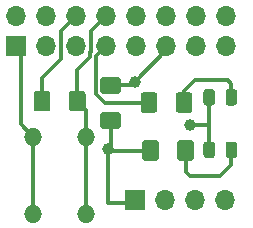
<source format=gtl>
%TF.GenerationSoftware,KiCad,Pcbnew,(5.1.9)-1*%
%TF.CreationDate,2021-04-17T17:11:03+05:30*%
%TF.ProjectId,pihat,70696861-742e-46b6-9963-61645f706362,rev?*%
%TF.SameCoordinates,Original*%
%TF.FileFunction,Copper,L1,Top*%
%TF.FilePolarity,Positive*%
%FSLAX46Y46*%
G04 Gerber Fmt 4.6, Leading zero omitted, Abs format (unit mm)*
G04 Created by KiCad (PCBNEW (5.1.9)-1) date 2021-04-17 17:11:03*
%MOMM*%
%LPD*%
G01*
G04 APERTURE LIST*
%TA.AperFunction,ComponentPad*%
%ADD10R,1.700000X1.700000*%
%TD*%
%TA.AperFunction,ComponentPad*%
%ADD11O,1.700000X1.700000*%
%TD*%
%TA.AperFunction,ComponentPad*%
%ADD12O,1.524000X1.524000*%
%TD*%
%TA.AperFunction,ViaPad*%
%ADD13C,1.000000*%
%TD*%
%TA.AperFunction,Conductor*%
%ADD14C,0.300000*%
%TD*%
G04 APERTURE END LIST*
D10*
%TO.P,J1,1*%
%TO.N,/3v*%
X217424000Y-33909000D03*
D11*
%TO.P,J1,2*%
%TO.N,Net-(J1-Pad2)*%
X217424000Y-31369000D03*
%TO.P,J1,3*%
%TO.N,Net-(J1-Pad3)*%
X219964000Y-33909000D03*
%TO.P,J1,4*%
%TO.N,Net-(J1-Pad4)*%
X219964000Y-31369000D03*
%TO.P,J1,5*%
%TO.N,Net-(J1-Pad5)*%
X222504000Y-33909000D03*
%TO.P,J1,6*%
%TO.N,GND*%
X222504000Y-31369000D03*
%TO.P,J1,7*%
%TO.N,/pin7*%
X225044000Y-33909000D03*
%TO.P,J1,8*%
%TO.N,/button_input*%
X225044000Y-31369000D03*
%TO.P,J1,9*%
%TO.N,GND*%
X227584000Y-33909000D03*
%TO.P,J1,10*%
%TO.N,Net-(J1-Pad10)*%
X227584000Y-31369000D03*
%TO.P,J1,11*%
%TO.N,/pin11*%
X230124000Y-33909000D03*
%TO.P,J1,12*%
%TO.N,Net-(J1-Pad12)*%
X230124000Y-31369000D03*
%TO.P,J1,13*%
%TO.N,Net-(J1-Pad13)*%
X232664000Y-33909000D03*
%TO.P,J1,14*%
%TO.N,Net-(J1-Pad14)*%
X232664000Y-31369000D03*
%TO.P,J1,15*%
%TO.N,Net-(J1-Pad15)*%
X235204000Y-33909000D03*
%TO.P,J1,16*%
%TO.N,Net-(J1-Pad16)*%
X235204000Y-31369000D03*
%TD*%
%TO.P,D1,1*%
%TO.N,GND*%
%TA.AperFunction,SMDPad,CuDef*%
G36*
G01*
X233290001Y-38746750D02*
X233290001Y-37834250D01*
G75*
G02*
X233533751Y-37590500I243750J0D01*
G01*
X234021251Y-37590500D01*
G75*
G02*
X234265001Y-37834250I0J-243750D01*
G01*
X234265001Y-38746750D01*
G75*
G02*
X234021251Y-38990500I-243750J0D01*
G01*
X233533751Y-38990500D01*
G75*
G02*
X233290001Y-38746750I0J243750D01*
G01*
G37*
%TD.AperFunction*%
%TO.P,D1,2*%
%TO.N,Net-(D1-Pad2)*%
%TA.AperFunction,SMDPad,CuDef*%
G36*
G01*
X235165001Y-38746750D02*
X235165001Y-37834250D01*
G75*
G02*
X235408751Y-37590500I243750J0D01*
G01*
X235896251Y-37590500D01*
G75*
G02*
X236140001Y-37834250I0J-243750D01*
G01*
X236140001Y-38746750D01*
G75*
G02*
X235896251Y-38990500I-243750J0D01*
G01*
X235408751Y-38990500D01*
G75*
G02*
X235165001Y-38746750I0J243750D01*
G01*
G37*
%TD.AperFunction*%
%TD*%
%TO.P,D2,1*%
%TO.N,GND*%
%TA.AperFunction,SMDPad,CuDef*%
G36*
G01*
X233290001Y-43191750D02*
X233290001Y-42279250D01*
G75*
G02*
X233533751Y-42035500I243750J0D01*
G01*
X234021251Y-42035500D01*
G75*
G02*
X234265001Y-42279250I0J-243750D01*
G01*
X234265001Y-43191750D01*
G75*
G02*
X234021251Y-43435500I-243750J0D01*
G01*
X233533751Y-43435500D01*
G75*
G02*
X233290001Y-43191750I0J243750D01*
G01*
G37*
%TD.AperFunction*%
%TO.P,D2,2*%
%TO.N,Net-(D2-Pad2)*%
%TA.AperFunction,SMDPad,CuDef*%
G36*
G01*
X235165001Y-43191750D02*
X235165001Y-42279250D01*
G75*
G02*
X235408751Y-42035500I243750J0D01*
G01*
X235896251Y-42035500D01*
G75*
G02*
X236140001Y-42279250I0J-243750D01*
G01*
X236140001Y-43191750D01*
G75*
G02*
X235896251Y-43435500I-243750J0D01*
G01*
X235408751Y-43435500D01*
G75*
G02*
X235165001Y-43191750I0J243750D01*
G01*
G37*
%TD.AperFunction*%
%TD*%
D12*
%TO.P,SW1,1*%
%TO.N,/3v*%
X218846400Y-48133000D03*
X218846400Y-41630600D03*
%TO.P,SW1,2*%
%TO.N,/button_input*%
X223367600Y-48133000D03*
X223367600Y-41630600D03*
%TD*%
D10*
%TO.P,U1,1*%
%TO.N,/3v*%
X227457000Y-46990000D03*
D11*
%TO.P,U1,2*%
%TO.N,/pin11*%
X229997000Y-46990000D03*
%TO.P,U1,3*%
%TO.N,Net-(U1-Pad3)*%
X232537000Y-46990000D03*
%TO.P,U1,4*%
%TO.N,GND*%
X235077000Y-46990000D03*
%TD*%
%TO.P,R1,2*%
%TO.N,GND*%
%TA.AperFunction,SMDPad,CuDef*%
G36*
G01*
X220332000Y-37983000D02*
X220332000Y-39233000D01*
G75*
G02*
X220082000Y-39483000I-250000J0D01*
G01*
X219157000Y-39483000D01*
G75*
G02*
X218907000Y-39233000I0J250000D01*
G01*
X218907000Y-37983000D01*
G75*
G02*
X219157000Y-37733000I250000J0D01*
G01*
X220082000Y-37733000D01*
G75*
G02*
X220332000Y-37983000I0J-250000D01*
G01*
G37*
%TD.AperFunction*%
%TO.P,R1,1*%
%TO.N,/button_input*%
%TA.AperFunction,SMDPad,CuDef*%
G36*
G01*
X223307000Y-37983000D02*
X223307000Y-39233000D01*
G75*
G02*
X223057000Y-39483000I-250000J0D01*
G01*
X222132000Y-39483000D01*
G75*
G02*
X221882000Y-39233000I0J250000D01*
G01*
X221882000Y-37983000D01*
G75*
G02*
X222132000Y-37733000I250000J0D01*
G01*
X223057000Y-37733000D01*
G75*
G02*
X223307000Y-37983000I0J-250000D01*
G01*
G37*
%TD.AperFunction*%
%TD*%
%TO.P,R2,2*%
%TO.N,/pin11*%
%TA.AperFunction,SMDPad,CuDef*%
G36*
G01*
X226050000Y-37996500D02*
X224800000Y-37996500D01*
G75*
G02*
X224550000Y-37746500I0J250000D01*
G01*
X224550000Y-36821500D01*
G75*
G02*
X224800000Y-36571500I250000J0D01*
G01*
X226050000Y-36571500D01*
G75*
G02*
X226300000Y-36821500I0J-250000D01*
G01*
X226300000Y-37746500D01*
G75*
G02*
X226050000Y-37996500I-250000J0D01*
G01*
G37*
%TD.AperFunction*%
%TO.P,R2,1*%
%TO.N,/3v*%
%TA.AperFunction,SMDPad,CuDef*%
G36*
G01*
X226050000Y-40971500D02*
X224800000Y-40971500D01*
G75*
G02*
X224550000Y-40721500I0J250000D01*
G01*
X224550000Y-39796500D01*
G75*
G02*
X224800000Y-39546500I250000J0D01*
G01*
X226050000Y-39546500D01*
G75*
G02*
X226300000Y-39796500I0J-250000D01*
G01*
X226300000Y-40721500D01*
G75*
G02*
X226050000Y-40971500I-250000J0D01*
G01*
G37*
%TD.AperFunction*%
%TD*%
%TO.P,R3,1*%
%TO.N,/pin7*%
%TA.AperFunction,SMDPad,CuDef*%
G36*
G01*
X227960500Y-39360000D02*
X227960500Y-38110000D01*
G75*
G02*
X228210500Y-37860000I250000J0D01*
G01*
X229135500Y-37860000D01*
G75*
G02*
X229385500Y-38110000I0J-250000D01*
G01*
X229385500Y-39360000D01*
G75*
G02*
X229135500Y-39610000I-250000J0D01*
G01*
X228210500Y-39610000D01*
G75*
G02*
X227960500Y-39360000I0J250000D01*
G01*
G37*
%TD.AperFunction*%
%TO.P,R3,2*%
%TO.N,Net-(D1-Pad2)*%
%TA.AperFunction,SMDPad,CuDef*%
G36*
G01*
X230935500Y-39360000D02*
X230935500Y-38110000D01*
G75*
G02*
X231185500Y-37860000I250000J0D01*
G01*
X232110500Y-37860000D01*
G75*
G02*
X232360500Y-38110000I0J-250000D01*
G01*
X232360500Y-39360000D01*
G75*
G02*
X232110500Y-39610000I-250000J0D01*
G01*
X231185500Y-39610000D01*
G75*
G02*
X230935500Y-39360000I0J250000D01*
G01*
G37*
%TD.AperFunction*%
%TD*%
%TO.P,R4,1*%
%TO.N,/3v*%
%TA.AperFunction,SMDPad,CuDef*%
G36*
G01*
X228087500Y-43424000D02*
X228087500Y-42174000D01*
G75*
G02*
X228337500Y-41924000I250000J0D01*
G01*
X229262500Y-41924000D01*
G75*
G02*
X229512500Y-42174000I0J-250000D01*
G01*
X229512500Y-43424000D01*
G75*
G02*
X229262500Y-43674000I-250000J0D01*
G01*
X228337500Y-43674000D01*
G75*
G02*
X228087500Y-43424000I0J250000D01*
G01*
G37*
%TD.AperFunction*%
%TO.P,R4,2*%
%TO.N,Net-(D2-Pad2)*%
%TA.AperFunction,SMDPad,CuDef*%
G36*
G01*
X231062500Y-43424000D02*
X231062500Y-42174000D01*
G75*
G02*
X231312500Y-41924000I250000J0D01*
G01*
X232237500Y-41924000D01*
G75*
G02*
X232487500Y-42174000I0J-250000D01*
G01*
X232487500Y-43424000D01*
G75*
G02*
X232237500Y-43674000I-250000J0D01*
G01*
X231312500Y-43674000D01*
G75*
G02*
X231062500Y-43424000I0J250000D01*
G01*
G37*
%TD.AperFunction*%
%TD*%
D13*
%TO.N,GND*%
X232156000Y-40640000D03*
%TO.N,/3v*%
X225171000Y-42672000D03*
%TO.N,/pin11*%
X227457000Y-36957000D03*
%TD*%
D14*
%TO.N,GND*%
X233680000Y-40640000D02*
X233777501Y-40737501D01*
X232156000Y-40640000D02*
X233680000Y-40640000D01*
X233777501Y-40737501D02*
X233777501Y-42735500D01*
X233777501Y-38290500D02*
X233777501Y-40737501D01*
X221234000Y-32639000D02*
X222504000Y-31369000D01*
X221234000Y-35052000D02*
X221234000Y-32639000D01*
X219619500Y-36666500D02*
X221234000Y-35052000D01*
X219619500Y-38608000D02*
X219619500Y-36666500D01*
%TO.N,Net-(D1-Pad2)*%
X235652501Y-38290500D02*
X235652501Y-37151501D01*
X235652501Y-37151501D02*
X235331000Y-36830000D01*
X231648000Y-38735000D02*
X231648000Y-37719000D01*
X232537000Y-36830000D02*
X235331000Y-36830000D01*
X231648000Y-37719000D02*
X232537000Y-36830000D01*
%TO.N,Net-(D2-Pad2)*%
X232156000Y-44958000D02*
X234696000Y-44958000D01*
X235652501Y-44001499D02*
X235652501Y-42735500D01*
X231775000Y-44577000D02*
X232156000Y-44958000D01*
X234696000Y-44958000D02*
X235652501Y-44001499D01*
X231775000Y-42799000D02*
X231775000Y-44577000D01*
%TO.N,/3v*%
X218846400Y-41630600D02*
X218846400Y-48133000D01*
X225171000Y-47242002D02*
X225171000Y-42672000D01*
X227204998Y-47242002D02*
X227457000Y-46990000D01*
X225171000Y-47242002D02*
X227204998Y-47242002D01*
%TO.N,Net-(J1-Pad2)*%
X217424000Y-31369000D02*
X217297000Y-31369000D01*
%TO.N,/3v*%
X225425000Y-42418000D02*
X225171000Y-42672000D01*
X225425000Y-40259000D02*
X225425000Y-42418000D01*
X225298000Y-42799000D02*
X225171000Y-42672000D01*
X228800000Y-42799000D02*
X225298000Y-42799000D01*
X217805000Y-34290000D02*
X217424000Y-33909000D01*
X217805000Y-40589200D02*
X217805000Y-34290000D01*
X218846400Y-41630600D02*
X217805000Y-40589200D01*
%TO.N,/pin7*%
X224199990Y-37995036D02*
X224199990Y-34753010D01*
X224199990Y-34753010D02*
X225044000Y-33909000D01*
X224939954Y-38735000D02*
X224199990Y-37995036D01*
X228673000Y-38735000D02*
X224939954Y-38735000D01*
%TO.N,/button_input*%
X223367600Y-41630600D02*
X223367600Y-48133000D01*
X223367600Y-39381100D02*
X222594500Y-38608000D01*
X223367600Y-41630600D02*
X223367600Y-39381100D01*
X223774000Y-34417000D02*
X223774000Y-32639000D01*
X223699980Y-34872020D02*
X223699980Y-34491020D01*
X223699980Y-34491020D02*
X223774000Y-34417000D01*
X222594500Y-35977500D02*
X223699980Y-34872020D01*
X223774000Y-32639000D02*
X225044000Y-31369000D01*
X222594500Y-38608000D02*
X222594500Y-35977500D01*
%TO.N,/pin11*%
X227130000Y-37284000D02*
X227457000Y-36957000D01*
X225425000Y-37284000D02*
X227130000Y-37284000D01*
X230124000Y-34290000D02*
X230124000Y-33909000D01*
X227457000Y-36957000D02*
X230124000Y-34290000D01*
%TO.N,Net-(J1-Pad13)*%
X232029000Y-34163000D02*
X231965500Y-34163000D01*
%TD*%
M02*

</source>
